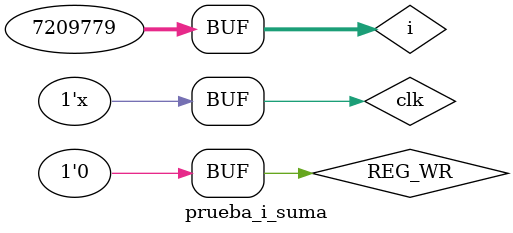
<source format=sv>
`timescale 1ns / 1ps


module prueba_i_suma();
logic [31:0] i; //instrucción
logic [31:0] salida = 0;
logic clk = 1;
logic REG_WR = 0;
//i= 0000000 5'b2 5'b1 000 5'b3 0110011
//0000000 11100 11100 000 00110 01100 11
//intrucción: add
//opcode: 0110011
//funct3: 000 
//funct7: 0000000

//Al salir la intruccion de la memoria de instrucciones, entra a la etapa de ID
wire [6:0] opcode;
wire [4:0] rs1;
wire [4:0] rs2;
wire [4:0] rd;
wire [2:0] funct3;
wire [6:0] funct7;
wire [11:0] imm;
if_id_buffer ID(i,opcode,rs1,rs2,rd,funct3,funct7,imm);

//banco de registros
wire [31:0] DOA;
wire [31:0] DOB;
wire [31:0] DI;
reg_bank b_registros(DOA, DOB, DI, rs1, rs2, rd, clk, REG_WR);

//extension de signo
wire [31:0]imm_ex;
s_ext Ext_Signo(imm,imm_ex);

//mux escoge ente imm y rs2
wire [31:0]B;
Mux_B muxB(i[5],DOB,imm_ex,B);

//ALU
wire cero;
SUM_zero ALU(DOA,B,DI,cero);

initial begin

i=32'b0000000_00011_11100_000_00110_0010011;
#11
REG_WR = 1;
#11
REG_WR = 0;
#11
i=32'b0000000_00110_11100_000_00110_0110011;
#11
REG_WR = 1;
#11
REG_WR = 0;
#11
i=32'b0000000_00110_11100_000_00110_0110011;
#11
REG_WR = 1;
#11
REG_WR = 0;
end

always begin
    #10
    clk =  ! clk;
    salida = DI;
    end

endmodule

</source>
